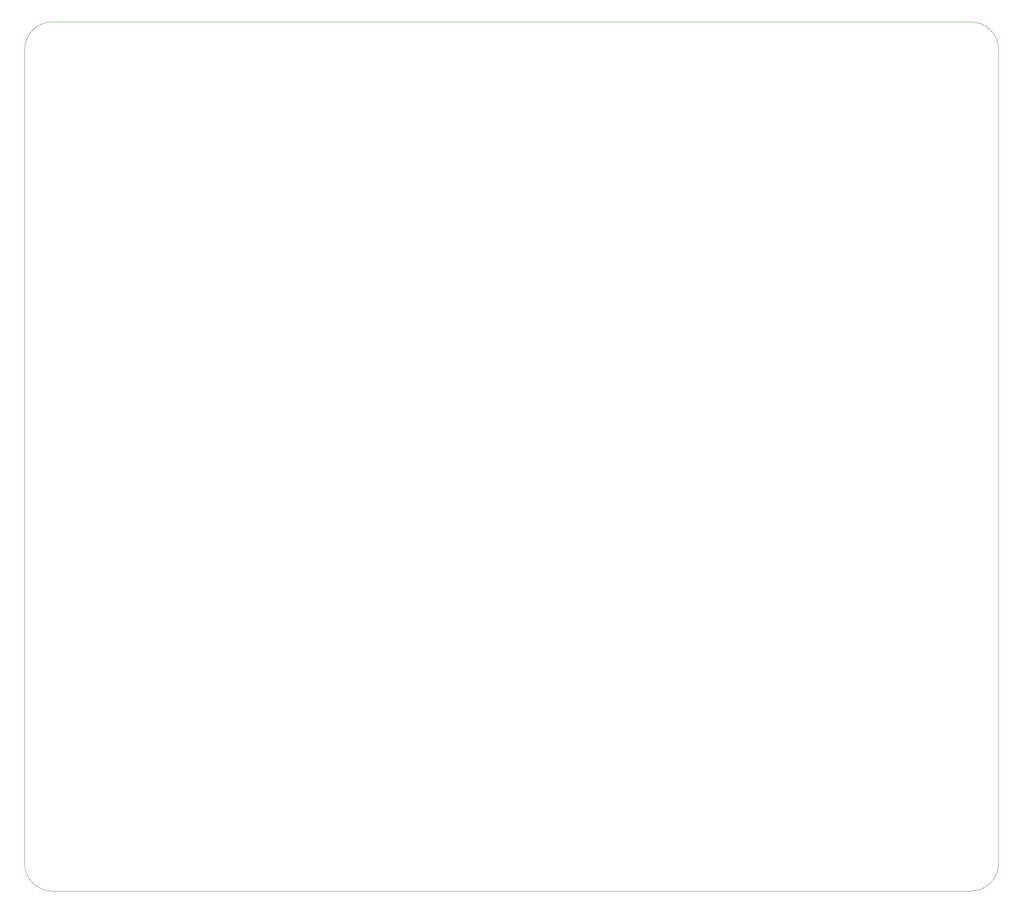
<source format=gm1>
G04 #@! TF.GenerationSoftware,KiCad,Pcbnew,8.0.2*
G04 #@! TF.CreationDate,2024-05-16T19:18:52+09:30*
G04 #@! TF.ProjectId,Motherboard 2024,4d6f7468-6572-4626-9f61-726420323032,rev?*
G04 #@! TF.SameCoordinates,Original*
G04 #@! TF.FileFunction,Profile,NP*
%FSLAX46Y46*%
G04 Gerber Fmt 4.6, Leading zero omitted, Abs format (unit mm)*
G04 Created by KiCad (PCBNEW 8.0.2) date 2024-05-16 19:18:52*
%MOMM*%
%LPD*%
G01*
G04 APERTURE LIST*
G04 #@! TA.AperFunction,Profile*
%ADD10C,0.100000*%
G04 #@! TD*
G04 APERTURE END LIST*
D10*
X135189849Y-43306640D02*
X135189849Y-220306640D01*
X341189849Y-226296640D02*
X141189849Y-226296640D01*
X341189849Y-37306640D02*
G75*
G02*
X347189860Y-43306640I51J-5999960D01*
G01*
X341189849Y-37306640D02*
X141189849Y-37306640D01*
X135189849Y-43306640D02*
G75*
G02*
X141189849Y-37306639I6000001J0D01*
G01*
X347189849Y-220306640D02*
G75*
G02*
X341189849Y-226296649I-5995149J5140D01*
G01*
X141189849Y-226296640D02*
G75*
G02*
X135189860Y-220306640I-4949J5995040D01*
G01*
X347189849Y-43306640D02*
X347189849Y-220306640D01*
M02*

</source>
